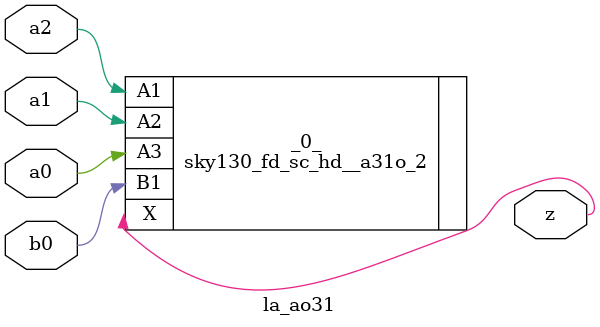
<source format=v>

module la_ao31(a0, a1, a2, b0, z);
  input a0;
  input a1;
  input a2;
  input b0;
  output z;
  sky130_fd_sc_hd__a31o_2 _0_ (
    .A1(a2),
    .A2(a1),
    .A3(a0),
    .B1(b0),
    .X(z)
  );
endmodule

</source>
